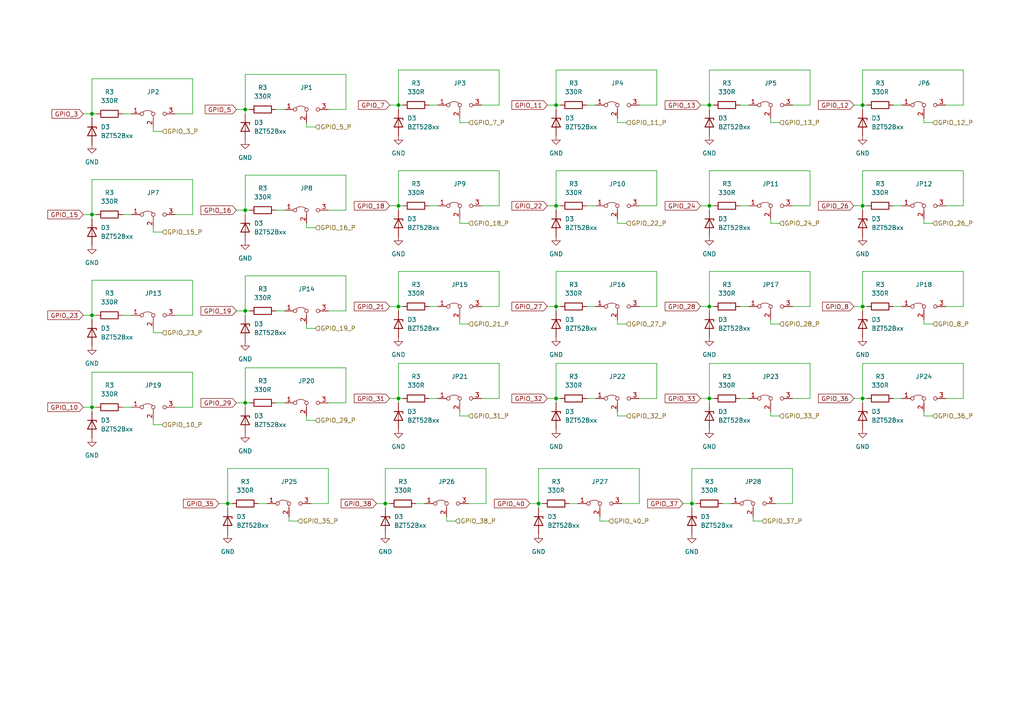
<source format=kicad_sch>
(kicad_sch (version 20230121) (generator eeschema)
  (paper "A4")
  (title_block (title "Modulo RPI4") (date "2024-08-27") (rev "1.0") (company "CI24 - Daniel Gómez"))
  (junction (at 115.57 59.69))
  (junction (at 250.19 30.48))
  (junction (at 205.74 59.69))
  (junction (at 115.57 88.9))
  (junction (at 26.67 118.11))
  (junction (at 161.29 59.69))
  (junction (at 115.57 115.57))
  (junction (at 161.29 115.57))
  (junction (at 26.67 33.02))
  (junction (at 26.67 91.44))
  (junction (at 205.74 30.48))
  (junction (at 115.57 30.48))
  (junction (at 250.19 59.69))
  (junction (at 26.67 62.23))
  (junction (at 161.29 88.9))
  (junction (at 205.74 115.57))
  (junction (at 161.29 30.48))
  (junction (at 111.76 146.05))
  (junction (at 200.66 146.05))
  (junction (at 71.12 116.84))
  (junction (at 250.19 88.9))
  (junction (at 71.12 90.17))
  (junction (at 66.04 146.05))
  (junction (at 71.12 60.96))
  (junction (at 205.74 88.9))
  (junction (at 71.12 31.75))
  (junction (at 250.19 115.57))
  (junction (at 156.21 146.05))
  (wire (pts (xy 190.5 59.69) (xy 190.5 49.53)))
  (wire (pts (xy 144.78 49.53) (xy 115.57 49.53)))
  (wire (pts (xy 205.74 20.32) (xy 205.74 30.48)))
  (wire (pts (xy 50.8 62.23) (xy 55.88 62.23)))
  (wire (pts (xy 135.89 146.05) (xy 140.97 146.05)))
  (wire (pts (xy 120.65 146.05) (xy 123.19 146.05)))
  (wire (pts (xy 95.25 31.75) (xy 100.33 31.75)))
  (wire (pts (xy 100.33 50.8) (xy 71.12 50.8)))
  (wire (pts (xy 247.65 30.48) (xy 250.19 30.48)))
  (wire (pts (xy 250.19 49.53) (xy 250.19 59.69)))
  (wire (pts (xy 279.4 59.69) (xy 279.4 49.53)))
  (wire (pts (xy 223.52 120.65) (xy 226.06 120.65)))
  (wire (pts (xy 190.5 105.41) (xy 161.29 105.41)))
  (wire (pts (xy 229.87 88.9) (xy 234.95 88.9)))
  (wire (pts (xy 251.46 115.57) (xy 250.19 115.57)))
  (wire (pts (xy 223.52 34.29) (xy 223.52 35.56)))
  (wire (pts (xy 156.21 146.05) (xy 156.21 147.32)))
  (wire (pts (xy 133.35 120.65) (xy 135.89 120.65)))
  (wire (pts (xy 203.2 30.48) (xy 205.74 30.48)))
  (wire (pts (xy 279.4 88.9) (xy 279.4 78.74)))
  (wire (pts (xy 80.01 60.96) (xy 82.55 60.96)))
  (wire (pts (xy 223.52 63.5) (xy 223.52 64.77)))
  (wire (pts (xy 279.4 49.53) (xy 250.19 49.53)))
  (wire (pts (xy 115.57 88.9) (xy 115.57 90.17)))
  (wire (pts (xy 173.99 149.86) (xy 173.99 151.13)))
  (wire (pts (xy 218.44 149.86) (xy 218.44 151.13)))
  (wire (pts (xy 214.63 115.57) (xy 217.17 115.57)))
  (wire (pts (xy 55.88 33.02) (xy 55.88 22.86)))
  (wire (pts (xy 88.9 120.65) (xy 88.9 121.92)))
  (wire (pts (xy 83.82 149.86) (xy 83.82 151.13)))
  (wire (pts (xy 116.84 88.9) (xy 115.57 88.9)))
  (wire (pts (xy 140.97 135.89) (xy 111.76 135.89)))
  (wire (pts (xy 26.67 22.86) (xy 26.67 33.02)))
  (wire (pts (xy 173.99 151.13) (xy 176.53 151.13)))
  (wire (pts (xy 279.4 78.74) (xy 250.19 78.74)))
  (wire (pts (xy 229.87 59.69) (xy 234.95 59.69)))
  (wire (pts (xy 113.03 146.05) (xy 111.76 146.05)))
  (wire (pts (xy 139.7 59.69) (xy 144.78 59.69)))
  (wire (pts (xy 88.9 93.98) (xy 88.9 95.25)))
  (wire (pts (xy 71.12 50.8) (xy 71.12 60.96)))
  (wire (pts (xy 24.13 62.23) (xy 26.67 62.23)))
  (wire (pts (xy 190.5 49.53) (xy 161.29 49.53)))
  (wire (pts (xy 55.88 118.11) (xy 55.88 107.95)))
  (wire (pts (xy 161.29 105.41) (xy 161.29 115.57)))
  (wire (pts (xy 205.74 30.48) (xy 205.74 31.75)))
  (wire (pts (xy 44.45 38.1) (xy 46.99 38.1)))
  (wire (pts (xy 203.2 115.57) (xy 205.74 115.57)))
  (wire (pts (xy 190.5 88.9) (xy 190.5 78.74)))
  (wire (pts (xy 250.19 115.57) (xy 250.19 116.84)))
  (wire (pts (xy 185.42 135.89) (xy 156.21 135.89)))
  (wire (pts (xy 88.9 95.25) (xy 91.44 95.25)))
  (wire (pts (xy 157.48 146.05) (xy 156.21 146.05)))
  (wire (pts (xy 234.95 115.57) (xy 234.95 105.41)))
  (wire (pts (xy 185.42 30.48) (xy 190.5 30.48)))
  (wire (pts (xy 179.07 93.98) (xy 181.61 93.98)))
  (wire (pts (xy 88.9 35.56) (xy 88.9 36.83)))
  (wire (pts (xy 27.94 62.23) (xy 26.67 62.23)))
  (wire (pts (xy 95.25 116.84) (xy 100.33 116.84)))
  (wire (pts (xy 162.56 88.9) (xy 161.29 88.9)))
  (wire (pts (xy 68.58 60.96) (xy 71.12 60.96)))
  (wire (pts (xy 44.45 66.04) (xy 44.45 67.31)))
  (wire (pts (xy 158.75 30.48) (xy 161.29 30.48)))
  (wire (pts (xy 267.97 92.71) (xy 267.97 93.98)))
  (wire (pts (xy 27.94 118.11) (xy 26.67 118.11)))
  (wire (pts (xy 179.07 119.38) (xy 179.07 120.65)))
  (wire (pts (xy 279.4 105.41) (xy 250.19 105.41)))
  (wire (pts (xy 100.33 31.75) (xy 100.33 21.59)))
  (wire (pts (xy 234.95 59.69) (xy 234.95 49.53)))
  (wire (pts (xy 205.74 115.57) (xy 205.74 116.84)))
  (wire (pts (xy 161.29 115.57) (xy 161.29 116.84)))
  (wire (pts (xy 203.2 59.69) (xy 205.74 59.69)))
  (wire (pts (xy 162.56 30.48) (xy 161.29 30.48)))
  (wire (pts (xy 144.78 20.32) (xy 115.57 20.32)))
  (wire (pts (xy 124.46 88.9) (xy 127 88.9)))
  (wire (pts (xy 133.35 92.71) (xy 133.35 93.98)))
  (wire (pts (xy 44.45 67.31) (xy 46.99 67.31)))
  (wire (pts (xy 50.8 33.02) (xy 55.88 33.02)))
  (wire (pts (xy 190.5 115.57) (xy 190.5 105.41)))
  (wire (pts (xy 90.17 146.05) (xy 95.25 146.05)))
  (wire (pts (xy 95.25 60.96) (xy 100.33 60.96)))
  (wire (pts (xy 250.19 20.32) (xy 250.19 30.48)))
  (wire (pts (xy 229.87 115.57) (xy 234.95 115.57)))
  (wire (pts (xy 80.01 116.84) (xy 82.55 116.84)))
  (wire (pts (xy 115.57 49.53) (xy 115.57 59.69)))
  (wire (pts (xy 259.08 88.9) (xy 261.62 88.9)))
  (wire (pts (xy 200.66 135.89) (xy 200.66 146.05)))
  (wire (pts (xy 214.63 88.9) (xy 217.17 88.9)))
  (wire (pts (xy 170.18 115.57) (xy 172.72 115.57)))
  (wire (pts (xy 234.95 30.48) (xy 234.95 20.32)))
  (wire (pts (xy 144.78 30.48) (xy 144.78 20.32)))
  (wire (pts (xy 158.75 115.57) (xy 161.29 115.57)))
  (wire (pts (xy 113.03 59.69) (xy 115.57 59.69)))
  (wire (pts (xy 72.39 90.17) (xy 71.12 90.17)))
  (wire (pts (xy 179.07 63.5) (xy 179.07 64.77)))
  (wire (pts (xy 115.57 78.74) (xy 115.57 88.9)))
  (wire (pts (xy 161.29 59.69) (xy 161.29 60.96)))
  (wire (pts (xy 229.87 30.48) (xy 234.95 30.48)))
  (wire (pts (xy 27.94 33.02) (xy 26.67 33.02)))
  (wire (pts (xy 88.9 66.04) (xy 91.44 66.04)))
  (wire (pts (xy 71.12 31.75) (xy 71.12 33.02)))
  (wire (pts (xy 156.21 135.89) (xy 156.21 146.05)))
  (wire (pts (xy 55.88 52.07) (xy 26.67 52.07)))
  (wire (pts (xy 55.88 107.95) (xy 26.67 107.95)))
  (wire (pts (xy 71.12 80.01) (xy 71.12 90.17)))
  (wire (pts (xy 179.07 34.29) (xy 179.07 35.56)))
  (wire (pts (xy 66.04 146.05) (xy 66.04 147.32)))
  (wire (pts (xy 26.67 62.23) (xy 26.67 63.5)))
  (wire (pts (xy 44.45 36.83) (xy 44.45 38.1)))
  (wire (pts (xy 200.66 146.05) (xy 200.66 147.32)))
  (wire (pts (xy 71.12 60.96) (xy 71.12 62.23)))
  (wire (pts (xy 279.4 115.57) (xy 279.4 105.41)))
  (wire (pts (xy 35.56 62.23) (xy 38.1 62.23)))
  (wire (pts (xy 55.88 22.86) (xy 26.67 22.86)))
  (wire (pts (xy 267.97 35.56) (xy 270.51 35.56)))
  (wire (pts (xy 259.08 115.57) (xy 261.62 115.57)))
  (wire (pts (xy 88.9 121.92) (xy 91.44 121.92)))
  (wire (pts (xy 267.97 63.5) (xy 267.97 64.77)))
  (wire (pts (xy 205.74 59.69) (xy 205.74 60.96)))
  (wire (pts (xy 267.97 93.98) (xy 270.51 93.98)))
  (wire (pts (xy 83.82 151.13) (xy 86.36 151.13)))
  (wire (pts (xy 124.46 30.48) (xy 127 30.48)))
  (wire (pts (xy 180.34 146.05) (xy 185.42 146.05)))
  (wire (pts (xy 153.67 146.05) (xy 156.21 146.05)))
  (wire (pts (xy 26.67 33.02) (xy 26.67 34.29)))
  (wire (pts (xy 115.57 59.69) (xy 115.57 60.96)))
  (wire (pts (xy 68.58 31.75) (xy 71.12 31.75)))
  (wire (pts (xy 207.01 88.9) (xy 205.74 88.9)))
  (wire (pts (xy 133.35 119.38) (xy 133.35 120.65)))
  (wire (pts (xy 207.01 30.48) (xy 205.74 30.48)))
  (wire (pts (xy 116.84 30.48) (xy 115.57 30.48)))
  (wire (pts (xy 251.46 88.9) (xy 250.19 88.9)))
  (wire (pts (xy 139.7 30.48) (xy 144.78 30.48)))
  (wire (pts (xy 234.95 20.32) (xy 205.74 20.32)))
  (wire (pts (xy 71.12 116.84) (xy 71.12 118.11)))
  (wire (pts (xy 170.18 88.9) (xy 172.72 88.9)))
  (wire (pts (xy 35.56 91.44) (xy 38.1 91.44)))
  (wire (pts (xy 71.12 106.68) (xy 71.12 116.84)))
  (wire (pts (xy 133.35 93.98) (xy 135.89 93.98)))
  (wire (pts (xy 27.94 91.44) (xy 26.67 91.44)))
  (wire (pts (xy 250.19 105.41) (xy 250.19 115.57)))
  (wire (pts (xy 161.29 49.53) (xy 161.29 59.69)))
  (wire (pts (xy 111.76 135.89) (xy 111.76 146.05)))
  (wire (pts (xy 234.95 88.9) (xy 234.95 78.74)))
  (wire (pts (xy 179.07 92.71) (xy 179.07 93.98)))
  (wire (pts (xy 115.57 30.48) (xy 115.57 31.75)))
  (wire (pts (xy 80.01 31.75) (xy 82.55 31.75)))
  (wire (pts (xy 259.08 59.69) (xy 261.62 59.69)))
  (wire (pts (xy 113.03 88.9) (xy 115.57 88.9)))
  (wire (pts (xy 140.97 146.05) (xy 140.97 135.89)))
  (wire (pts (xy 26.67 118.11) (xy 26.67 119.38)))
  (wire (pts (xy 35.56 118.11) (xy 38.1 118.11)))
  (wire (pts (xy 100.33 90.17) (xy 100.33 80.01)))
  (wire (pts (xy 26.67 107.95) (xy 26.67 118.11)))
  (wire (pts (xy 250.19 59.69) (xy 250.19 60.96)))
  (wire (pts (xy 223.52 35.56) (xy 226.06 35.56)))
  (wire (pts (xy 165.1 146.05) (xy 167.64 146.05)))
  (wire (pts (xy 223.52 64.77) (xy 226.06 64.77)))
  (wire (pts (xy 88.9 64.77) (xy 88.9 66.04)))
  (wire (pts (xy 223.52 93.98) (xy 226.06 93.98)))
  (wire (pts (xy 72.39 116.84) (xy 71.12 116.84)))
  (wire (pts (xy 250.19 88.9) (xy 250.19 90.17)))
  (wire (pts (xy 158.75 88.9) (xy 161.29 88.9)))
  (wire (pts (xy 205.74 49.53) (xy 205.74 59.69)))
  (wire (pts (xy 144.78 105.41) (xy 115.57 105.41)))
  (wire (pts (xy 50.8 118.11) (xy 55.88 118.11)))
  (wire (pts (xy 267.97 119.38) (xy 267.97 120.65)))
  (wire (pts (xy 198.12 146.05) (xy 200.66 146.05)))
  (wire (pts (xy 234.95 49.53) (xy 205.74 49.53)))
  (wire (pts (xy 185.42 59.69) (xy 190.5 59.69)))
  (wire (pts (xy 88.9 36.83) (xy 91.44 36.83)))
  (wire (pts (xy 100.33 21.59) (xy 71.12 21.59)))
  (wire (pts (xy 250.19 30.48) (xy 250.19 31.75)))
  (wire (pts (xy 44.45 95.25) (xy 44.45 96.52)))
  (wire (pts (xy 133.35 34.29) (xy 133.35 35.56)))
  (wire (pts (xy 66.04 135.89) (xy 66.04 146.05)))
  (wire (pts (xy 72.39 60.96) (xy 71.12 60.96)))
  (wire (pts (xy 71.12 90.17) (xy 71.12 91.44)))
  (wire (pts (xy 115.57 115.57) (xy 115.57 116.84)))
  (wire (pts (xy 279.4 20.32) (xy 250.19 20.32)))
  (wire (pts (xy 63.5 146.05) (xy 66.04 146.05)))
  (wire (pts (xy 185.42 146.05) (xy 185.42 135.89)))
  (wire (pts (xy 250.19 78.74) (xy 250.19 88.9)))
  (wire (pts (xy 35.56 33.02) (xy 38.1 33.02)))
  (wire (pts (xy 129.54 149.86) (xy 129.54 151.13)))
  (wire (pts (xy 190.5 78.74) (xy 161.29 78.74)))
  (wire (pts (xy 44.45 123.19) (xy 46.99 123.19)))
  (wire (pts (xy 113.03 115.57) (xy 115.57 115.57)))
  (wire (pts (xy 201.93 146.05) (xy 200.66 146.05)))
  (wire (pts (xy 274.32 88.9) (xy 279.4 88.9)))
  (wire (pts (xy 111.76 146.05) (xy 111.76 147.32)))
  (wire (pts (xy 95.25 146.05) (xy 95.25 135.89)))
  (wire (pts (xy 190.5 30.48) (xy 190.5 20.32)))
  (wire (pts (xy 162.56 115.57) (xy 161.29 115.57)))
  (wire (pts (xy 144.78 88.9) (xy 144.78 78.74)))
  (wire (pts (xy 129.54 151.13) (xy 132.08 151.13)))
  (wire (pts (xy 274.32 59.69) (xy 279.4 59.69)))
  (wire (pts (xy 100.33 116.84) (xy 100.33 106.68)))
  (wire (pts (xy 144.78 78.74) (xy 115.57 78.74)))
  (wire (pts (xy 133.35 63.5) (xy 133.35 64.77)))
  (wire (pts (xy 179.07 64.77) (xy 181.61 64.77)))
  (wire (pts (xy 158.75 59.69) (xy 161.29 59.69)))
  (wire (pts (xy 162.56 59.69) (xy 161.29 59.69)))
  (wire (pts (xy 223.52 92.71) (xy 223.52 93.98)))
  (wire (pts (xy 50.8 91.44) (xy 55.88 91.44)))
  (wire (pts (xy 279.4 30.48) (xy 279.4 20.32)))
  (wire (pts (xy 218.44 151.13) (xy 220.98 151.13)))
  (wire (pts (xy 133.35 35.56) (xy 135.89 35.56)))
  (wire (pts (xy 224.79 146.05) (xy 229.87 146.05)))
  (wire (pts (xy 24.13 118.11) (xy 26.67 118.11)))
  (wire (pts (xy 26.67 81.28) (xy 26.67 91.44)))
  (wire (pts (xy 116.84 59.69) (xy 115.57 59.69)))
  (wire (pts (xy 144.78 59.69) (xy 144.78 49.53)))
  (wire (pts (xy 214.63 59.69) (xy 217.17 59.69)))
  (wire (pts (xy 24.13 33.02) (xy 26.67 33.02)))
  (wire (pts (xy 185.42 88.9) (xy 190.5 88.9)))
  (wire (pts (xy 267.97 120.65) (xy 270.51 120.65)))
  (wire (pts (xy 247.65 59.69) (xy 250.19 59.69)))
  (wire (pts (xy 207.01 115.57) (xy 205.74 115.57)))
  (wire (pts (xy 109.22 146.05) (xy 111.76 146.05)))
  (wire (pts (xy 234.95 78.74) (xy 205.74 78.74)))
  (wire (pts (xy 72.39 31.75) (xy 71.12 31.75)))
  (wire (pts (xy 74.93 146.05) (xy 77.47 146.05)))
  (wire (pts (xy 207.01 59.69) (xy 205.74 59.69)))
  (wire (pts (xy 205.74 88.9) (xy 205.74 90.17)))
  (wire (pts (xy 274.32 30.48) (xy 279.4 30.48)))
  (wire (pts (xy 267.97 64.77) (xy 270.51 64.77)))
  (wire (pts (xy 115.57 20.32) (xy 115.57 30.48)))
  (wire (pts (xy 161.29 30.48) (xy 161.29 31.75)))
  (wire (pts (xy 55.88 81.28) (xy 26.67 81.28)))
  (wire (pts (xy 267.97 34.29) (xy 267.97 35.56)))
  (wire (pts (xy 229.87 135.89) (xy 200.66 135.89)))
  (wire (pts (xy 247.65 115.57) (xy 250.19 115.57)))
  (wire (pts (xy 71.12 21.59) (xy 71.12 31.75)))
  (wire (pts (xy 100.33 60.96) (xy 100.33 50.8)))
  (wire (pts (xy 144.78 115.57) (xy 144.78 105.41)))
  (wire (pts (xy 68.58 116.84) (xy 71.12 116.84)))
  (wire (pts (xy 251.46 30.48) (xy 250.19 30.48)))
  (wire (pts (xy 68.58 90.17) (xy 71.12 90.17)))
  (wire (pts (xy 55.88 91.44) (xy 55.88 81.28)))
  (wire (pts (xy 251.46 59.69) (xy 250.19 59.69)))
  (wire (pts (xy 26.67 91.44) (xy 26.67 92.71)))
  (wire (pts (xy 139.7 88.9) (xy 144.78 88.9)))
  (wire (pts (xy 24.13 91.44) (xy 26.67 91.44)))
  (wire (pts (xy 190.5 20.32) (xy 161.29 20.32)))
  (wire (pts (xy 133.35 64.77) (xy 135.89 64.77)))
  (wire (pts (xy 100.33 106.68) (xy 71.12 106.68)))
  (wire (pts (xy 214.63 30.48) (xy 217.17 30.48)))
  (wire (pts (xy 161.29 88.9) (xy 161.29 90.17)))
  (wire (pts (xy 274.32 115.57) (xy 279.4 115.57)))
  (wire (pts (xy 161.29 20.32) (xy 161.29 30.48)))
  (wire (pts (xy 185.42 115.57) (xy 190.5 115.57)))
  (wire (pts (xy 170.18 30.48) (xy 172.72 30.48)))
  (wire (pts (xy 139.7 115.57) (xy 144.78 115.57)))
  (wire (pts (xy 170.18 59.69) (xy 172.72 59.69)))
  (wire (pts (xy 179.07 120.65) (xy 181.61 120.65)))
  (wire (pts (xy 26.67 52.07) (xy 26.67 62.23)))
  (wire (pts (xy 95.25 90.17) (xy 100.33 90.17)))
  (wire (pts (xy 44.45 121.92) (xy 44.45 123.19)))
  (wire (pts (xy 80.01 90.17) (xy 82.55 90.17)))
  (wire (pts (xy 223.52 119.38) (xy 223.52 120.65)))
  (wire (pts (xy 205.74 78.74) (xy 205.74 88.9)))
  (wire (pts (xy 67.31 146.05) (xy 66.04 146.05)))
  (wire (pts (xy 124.46 115.57) (xy 127 115.57)))
  (wire (pts (xy 116.84 115.57) (xy 115.57 115.57)))
  (wire (pts (xy 179.07 35.56) (xy 181.61 35.56)))
  (wire (pts (xy 44.45 96.52) (xy 46.99 96.52)))
  (wire (pts (xy 115.57 105.41) (xy 115.57 115.57)))
  (wire (pts (xy 161.29 78.74) (xy 161.29 88.9)))
  (wire (pts (xy 229.87 146.05) (xy 229.87 135.89)))
  (wire (pts (xy 95.25 135.89) (xy 66.04 135.89)))
  (wire (pts (xy 209.55 146.05) (xy 212.09 146.05)))
  (wire (pts (xy 247.65 88.9) (xy 250.19 88.9)))
  (wire (pts (xy 113.03 30.48) (xy 115.57 30.48)))
  (wire (pts (xy 203.2 88.9) (xy 205.74 88.9)))
  (wire (pts (xy 234.95 105.41) (xy 205.74 105.41)))
  (wire (pts (xy 259.08 30.48) (xy 261.62 30.48)))
  (wire (pts (xy 205.74 105.41) (xy 205.74 115.57)))
  (wire (pts (xy 100.33 80.01) (xy 71.12 80.01)))
  (wire (pts (xy 124.46 59.69) (xy 127 59.69)))
  (wire (pts (xy 55.88 62.23) (xy 55.88 52.07)))
  (global_label "GPIO_23" (shape input) (at 24.13 91.44 180) (property "Intersheetrefs" "${INTERSHEET_REFS}" (effects hide)))
  (global_label "GPIO_24" (shape input) (at 203.2 59.69 180) (property "Intersheetrefs" "${INTERSHEET_REFS}" (effects hide)))
  (global_label "GPIO_19" (shape input) (at 68.58 90.17 180) (property "Intersheetrefs" "${INTERSHEET_REFS}" (effects hide)))
  (global_label "GPIO_22" (shape input) (at 158.75 59.69 180) (property "Intersheetrefs" "${INTERSHEET_REFS}" (effects hide)))
  (global_label "GPIO_28" (shape input) (at 203.2 88.9 180) (property "Intersheetrefs" "${INTERSHEET_REFS}" (effects hide)))
  (global_label "GPIO_7" (shape input) (at 113.03 30.48 180) (property "Intersheetrefs" "${INTERSHEET_REFS}" (effects hide)))
  (global_label "GPIO_12" (shape input) (at 247.65 30.48 180) (property "Intersheetrefs" "${INTERSHEET_REFS}" (effects hide)))
  (global_label "GPIO_18" (shape input) (at 113.03 59.69 180) (property "Intersheetrefs" "${INTERSHEET_REFS}" (effects hide)))
  (global_label "GPIO_13" (shape input) (at 203.2 30.48 180) (property "Intersheetrefs" "${INTERSHEET_REFS}" (effects hide)))
  (global_label "GPIO_8" (shape input) (at 247.65 88.9 180) (property "Intersheetrefs" "${INTERSHEET_REFS}" (effects hide)))
  (global_label "GPIO_37" (shape input) (at 198.12 146.05 180) (property "Intersheetrefs" "${INTERSHEET_REFS}" (effects hide)))
  (global_label "GPIO_5" (shape input) (at 68.58 31.75 180) (property "Intersheetrefs" "${INTERSHEET_REFS}" (effects hide)))
  (global_label "GPIO_38" (shape input) (at 109.22 146.05 180) (property "Intersheetrefs" "${INTERSHEET_REFS}" (effects hide)))
  (global_label "GPIO_27" (shape input) (at 158.75 88.9 180) (property "Intersheetrefs" "${INTERSHEET_REFS}" (effects hide)))
  (global_label "GPIO_36" (shape input) (at 247.65 115.57 180) (property "Intersheetrefs" "${INTERSHEET_REFS}" (effects hide)))
  (global_label "GPIO_26" (shape input) (at 247.65 59.69 180) (property "Intersheetrefs" "${INTERSHEET_REFS}" (effects hide)))
  (global_label "GPIO_33" (shape input) (at 203.2 115.57 180) (property "Intersheetrefs" "${INTERSHEET_REFS}" (effects hide)))
  (global_label "GPIO_32" (shape input) (at 158.75 115.57 180) (property "Intersheetrefs" "${INTERSHEET_REFS}" (effects hide)))
  (global_label "GPIO_16" (shape input) (at 68.58 60.96 180) (property "Intersheetrefs" "${INTERSHEET_REFS}" (effects hide)))
  (global_label "GPIO_21" (shape input) (at 113.03 88.9 180) (property "Intersheetrefs" "${INTERSHEET_REFS}" (effects hide)))
  (global_label "GPIO_15" (shape input) (at 24.13 62.23 180) (property "Intersheetrefs" "${INTERSHEET_REFS}" (effects hide)))
  (global_label "GPIO_3" (shape input) (at 24.13 33.02 180) (property "Intersheetrefs" "${INTERSHEET_REFS}" (effects hide)))
  (global_label "GPIO_40" (shape input) (at 153.67 146.05 180) (property "Intersheetrefs" "${INTERSHEET_REFS}" (effects hide)))
  (global_label "GPIO_11" (shape input) (at 158.75 30.48 180) (property "Intersheetrefs" "${INTERSHEET_REFS}" (effects hide)))
  (global_label "GPIO_35" (shape input) (at 63.5 146.05 180) (property "Intersheetrefs" "${INTERSHEET_REFS}" (effects hide)))
  (global_label "GPIO_29" (shape input) (at 68.58 116.84 180) (property "Intersheetrefs" "${INTERSHEET_REFS}" (effects hide)))
  (global_label "GPIO_31" (shape input) (at 113.03 115.57 180) (property "Intersheetrefs" "${INTERSHEET_REFS}" (effects hide)))
  (global_label "GPIO_10" (shape input) (at 24.13 118.11 180) (property "Intersheetrefs" "${INTERSHEET_REFS}" (effects hide)))
  (hierarchical_label "GPIO_15_P" (shape input) (at 46.99 67.31 0))
  (hierarchical_label "GPIO_31_P" (shape input) (at 135.89 120.65 0))
  (hierarchical_label "GPIO_5_P" (shape input) (at 91.44 36.83 0))
  (hierarchical_label "GPIO_18_P" (shape input) (at 135.89 64.77 0))
  (hierarchical_label "GPIO_29_P" (shape input) (at 91.44 121.92 0))
  (hierarchical_label "GPIO_37_P" (shape input) (at 220.98 151.13 0))
  (hierarchical_label "GPIO_13_P" (shape input) (at 226.06 35.56 0))
  (hierarchical_label "GPIO_24_P" (shape input) (at 226.06 64.77 0))
  (hierarchical_label "GPIO_35_P" (shape input) (at 86.36 151.13 0))
  (hierarchical_label "GPIO_32_P" (shape input) (at 181.61 120.65 0))
  (hierarchical_label "GPIO_33_P" (shape input) (at 226.06 120.65 0))
  (hierarchical_label "GPIO_22_P" (shape input) (at 181.61 64.77 0))
  (hierarchical_label "GPIO_11_P" (shape input) (at 181.61 35.56 0))
  (hierarchical_label "GPIO_40_P" (shape input) (at 176.53 151.13 0))
  (hierarchical_label "GPIO_36_P" (shape input) (at 270.51 120.65 0))
  (hierarchical_label "GPIO_23_P" (shape input) (at 46.99 96.52 0))
  (hierarchical_label "GPIO_26_P" (shape input) (at 270.51 64.77 0))
  (hierarchical_label "GPIO_16_P" (shape input) (at 91.44 66.04 0))
  (hierarchical_label "GPIO_28_P" (shape input) (at 226.06 93.98 0))
  (hierarchical_label "GPIO_7_P" (shape input) (at 135.89 35.56 0))
  (hierarchical_label "GPIO_27_P" (shape input) (at 181.61 93.98 0))
  (hierarchical_label "GPIO_21_P" (shape input) (at 135.89 93.98 0))
  (hierarchical_label "GPIO_8_P" (shape input) (at 270.51 93.98 0))
  (hierarchical_label "GPIO_19_P" (shape input) (at 91.44 95.25 0))
  (hierarchical_label "GPIO_38_P" (shape input) (at 132.08 151.13 0))
  (hierarchical_label "GPIO_12_P" (shape input) (at 270.51 35.56 0))
  (hierarchical_label "GPIO_10_P" (shape input) (at 46.99 123.19 0))
  (hierarchical_label "GPIO_3_P" (shape input) (at 46.99 38.1 0))
  (symbol (lib_id "Diode:BZT52Bxx") (at 26.67 96.52 270) (unit 1)
    (property "Reference" "D3" (at 29.21 95.25 90) (effects (justify left)))
    (property "Value" "BZT52Bxx" (at 29.21 97.79 90) (effects (justify left)))
    (property "Footprint" "Diode_SMD:D_SOD-123F" (effects hide))
    (property "Datasheet" "https://diotec.com/tl_files/diotec/files/pdf/datasheets/bzt52b2v4.pdf" (effects hide))
    (instances (project "Module_RPI" (path "" (reference "D3") (unit 1)) (path "" (reference "D14") (unit 1))))
  )
  (symbol (lib_id "power:GND") (at 161.29 68.58 0) (unit 1)
    (property "Reference" "#PWR01" (effects hide))
    (property "Value" "GND" (at 161.29 73.66 0))
    (instances (project "Module_RPI" (path "" (reference "#PWR01") (unit 1)) (path "" (reference "#PWR010") (unit 1))))
  )
  (symbol (lib_id "Diode:BZT52Bxx") (at 156.21 151.13 270) (unit 1)
    (property "Reference" "D3" (at 158.75 149.86 90) (effects (justify left)))
    (property "Value" "BZT52Bxx" (at 158.75 152.4 90) (effects (justify left)))
    (property "Footprint" "Diode_SMD:D_SOD-123F" (effects hide))
    (property "Datasheet" "https://diotec.com/tl_files/diotec/files/pdf/datasheets/bzt52b2v4.pdf" (effects hide))
    (instances (project "Module_RPI" (path "" (reference "D3") (unit 1)) (path "" (reference "D28") (unit 1))))
  )
  (symbol (lib_id "Device:R") (at 166.37 30.48 270) (unit 1)
    (property "Reference" "R3" (at 166.37 24.13 90))
    (property "Value" "330R" (at 166.37 26.67 90))
    (property "Footprint" "Resistor_SMD:R_1206_3216Metric_Pad1.30x1.75mm_HandSolder" (effects hide))
    (instances (project "Module_RPI" (path "" (reference "R3") (unit 1)) (path "" (reference "R6") (unit 1))))
  )
  (symbol (lib_id "power:GND") (at 111.76 154.94 0) (unit 1)
    (property "Reference" "#PWR01" (effects hide))
    (property "Value" "GND" (at 111.76 160.02 0))
    (instances (project "Module_RPI" (path "" (reference "#PWR01") (unit 1)) (path "" (reference "#PWR026") (unit 1))))
  )
  (symbol (lib_id "power:GND") (at 250.19 68.58 0) (unit 1)
    (property "Reference" "#PWR01" (effects hide))
    (property "Value" "GND" (at 250.19 73.66 0))
    (instances (project "Module_RPI" (path "" (reference "#PWR01") (unit 1)) (path "" (reference "#PWR012") (unit 1))))
  )
  (symbol (lib_id "Jumper:Jumper_3_Bridged12") (at 44.45 91.44 0) (unit 1)
    (property "Reference" "JP13" (at 44.45 85.09 0))
    (property "Value" "Jumper_3_Bridged12" (effects hide))
    (property "Footprint" "Jumper:SolderJumper-3_P1.3mm_Open_Pad1.0x1.5mm" (effects hide))
  )
  (symbol (lib_id "Device:R") (at 210.82 59.69 270) (unit 1)
    (property "Reference" "R3" (at 210.82 53.34 90))
    (property "Value" "330R" (at 210.82 55.88 90))
    (property "Footprint" "Resistor_SMD:R_1206_3216Metric_Pad1.30x1.75mm_HandSolder" (effects hide))
    (instances (project "Module_RPI" (path "" (reference "R3") (unit 1)) (path "" (reference "R13") (unit 1))))
  )
  (symbol (lib_id "Diode:BZT52Bxx") (at 71.12 66.04 270) (unit 1)
    (property "Reference" "D3" (at 73.66 64.77 90) (effects (justify left)))
    (property "Value" "BZT52Bxx" (at 73.66 67.31 90) (effects (justify left)))
    (property "Footprint" "Diode_SMD:D_SOD-123F" (effects hide))
    (property "Datasheet" "https://diotec.com/tl_files/diotec/files/pdf/datasheets/bzt52b2v4.pdf" (effects hide))
    (instances (project "Module_RPI" (path "" (reference "D3") (unit 1)) (path "" (reference "D9") (unit 1))))
  )
  (symbol (lib_id "Jumper:Jumper_3_Bridged12") (at 133.35 88.9 0) (unit 1)
    (property "Reference" "JP15" (at 133.35 82.55 0))
    (property "Value" "Jumper_3_Bridged12" (effects hide))
    (property "Footprint" "Jumper:SolderJumper-3_P1.3mm_Open_Pad1.0x1.5mm" (effects hide))
  )
  (symbol (lib_id "Device:R") (at 31.75 91.44 270) (unit 1)
    (property "Reference" "R3" (at 31.75 85.09 90))
    (property "Value" "330R" (at 31.75 87.63 90))
    (property "Footprint" "Resistor_SMD:R_1206_3216Metric_Pad1.30x1.75mm_HandSolder" (effects hide))
    (instances (project "Module_RPI" (path "" (reference "R3") (unit 1)) (path "" (reference "R15") (unit 1))))
  )
  (symbol (lib_id "Jumper:Jumper_3_Bridged12") (at 223.52 59.69 0) (unit 1)
    (property "Reference" "JP11" (at 223.52 53.34 0))
    (property "Value" "Jumper_3_Bridged12" (effects hide))
    (property "Footprint" "Jumper:SolderJumper-3_P1.3mm_Open_Pad1.0x1.5mm" (effects hide))
  )
  (symbol (lib_id "Jumper:Jumper_3_Bridged12") (at 267.97 88.9 0) (unit 1)
    (property "Reference" "JP18" (at 267.97 82.55 0))
    (property "Value" "Jumper_3_Bridged12" (effects hide))
    (property "Footprint" "Jumper:SolderJumper-3_P1.3mm_Open_Pad1.0x1.5mm" (effects hide))
  )
  (symbol (lib_id "power:GND") (at 115.57 39.37 0) (unit 1)
    (property "Reference" "#PWR01" (effects hide))
    (property "Value" "GND" (at 115.57 44.45 0))
    (instances (project "Module_RPI" (path "" (reference "#PWR01") (unit 1)) (path "" (reference "#PWR03") (unit 1))))
  )
  (symbol (lib_id "Diode:BZT52Bxx") (at 111.76 151.13 270) (unit 1)
    (property "Reference" "D3" (at 114.3 149.86 90) (effects (justify left)))
    (property "Value" "BZT52Bxx" (at 114.3 152.4 90) (effects (justify left)))
    (property "Footprint" "Diode_SMD:D_SOD-123F" (effects hide))
    (property "Datasheet" "https://diotec.com/tl_files/diotec/files/pdf/datasheets/bzt52b2v4.pdf" (effects hide))
    (instances (project "Module_RPI" (path "" (reference "D3") (unit 1)) (path "" (reference "D27") (unit 1))))
  )
  (symbol (lib_id "Device:R") (at 205.74 146.05 270) (unit 1)
    (property "Reference" "R3" (at 205.74 139.7 90))
    (property "Value" "330R" (at 205.74 142.24 90))
    (property "Footprint" "Resistor_SMD:R_1206_3216Metric_Pad1.30x1.75mm_HandSolder" (effects hide))
    (instances (project "Module_RPI" (path "" (reference "R3") (unit 1)) (path "" (reference "R30") (unit 1))))
  )
  (symbol (lib_id "Jumper:Jumper_3_Bridged12") (at 88.9 31.75 0) (unit 1)
    (property "Reference" "JP1" (at 88.9 25.4 0))
    (property "Value" "Jumper_3_Bridged12" (effects hide))
    (property "Footprint" "Jumper:SolderJumper-3_P1.3mm_Open_Pad1.0x1.5mm" (effects hide))
  )
  (symbol (lib_id "Diode:BZT52Bxx") (at 71.12 95.25 270) (unit 1)
    (property "Reference" "D3" (at 73.66 93.98 90) (effects (justify left)))
    (property "Value" "BZT52Bxx" (at 73.66 96.52 90) (effects (justify left)))
    (property "Footprint" "Diode_SMD:D_SOD-123F" (effects hide))
    (property "Datasheet" "https://diotec.com/tl_files/diotec/files/pdf/datasheets/bzt52b2v4.pdf" (effects hide))
    (instances (project "Module_RPI" (path "" (reference "D3") (unit 1)) (path "" (reference "D15") (unit 1))))
  )
  (symbol (lib_id "Device:R") (at 255.27 59.69 270) (unit 1)
    (property "Reference" "R3" (at 255.27 53.34 90))
    (property "Value" "330R" (at 255.27 55.88 90))
    (property "Footprint" "Resistor_SMD:R_1206_3216Metric_Pad1.30x1.75mm_HandSolder" (effects hide))
    (instances (project "Module_RPI" (path "" (reference "R3") (unit 1)) (path "" (reference "R14") (unit 1))))
  )
  (symbol (lib_id "Device:R") (at 120.65 30.48 270) (unit 1)
    (property "Reference" "R3" (at 120.65 24.13 90))
    (property "Value" "330R" (at 120.65 26.67 90))
    (property "Footprint" "Resistor_SMD:R_1206_3216Metric_Pad1.30x1.75mm_HandSolder" (effects hide))
    (instances (project "Module_RPI" (path "" (reference "R3") (unit 1)) (path "" (reference "R5") (unit 1))))
  )
  (symbol (lib_id "Device:R") (at 120.65 115.57 270) (unit 1)
    (property "Reference" "R3" (at 120.65 109.22 90))
    (property "Value" "330R" (at 120.65 111.76 90))
    (property "Footprint" "Resistor_SMD:R_1206_3216Metric_Pad1.30x1.75mm_HandSolder" (effects hide))
    (instances (project "Module_RPI" (path "" (reference "R3") (unit 1)) (path "" (reference "R23") (unit 1))))
  )
  (symbol (lib_id "Diode:BZT52Bxx") (at 161.29 35.56 270) (unit 1)
    (property "Reference" "D3" (at 163.83 34.29 90) (effects (justify left)))
    (property "Value" "BZT52Bxx" (at 163.83 36.83 90) (effects (justify left)))
    (property "Footprint" "Diode_SMD:D_SOD-123F" (effects hide))
    (property "Datasheet" "https://diotec.com/tl_files/diotec/files/pdf/datasheets/bzt52b2v4.pdf" (effects hide))
    (instances (project "Module_RPI" (path "" (reference "D3") (unit 1)) (path "" (reference "D5") (unit 1))))
  )
  (symbol (lib_id "Device:R") (at 31.75 118.11 270) (unit 1)
    (property "Reference" "R3" (at 31.75 111.76 90))
    (property "Value" "330R" (at 31.75 114.3 90))
    (property "Footprint" "Resistor_SMD:R_1206_3216Metric_Pad1.30x1.75mm_HandSolder" (effects hide))
    (instances (project "Module_RPI" (path "" (reference "R3") (unit 1)) (path "" (reference "R21") (unit 1))))
  )
  (symbol (lib_id "Device:R") (at 161.29 146.05 270) (unit 1)
    (property "Reference" "R3" (at 161.29 139.7 90))
    (property "Value" "330R" (at 161.29 142.24 90))
    (property "Footprint" "Resistor_SMD:R_1206_3216Metric_Pad1.30x1.75mm_HandSolder" (effects hide))
    (instances (project "Module_RPI" (path "" (reference "R3") (unit 1)) (path "" (reference "R29") (unit 1))))
  )
  (symbol (lib_id "Diode:BZT52Bxx") (at 250.19 93.98 270) (unit 1)
    (property "Reference" "D3" (at 252.73 92.71 90) (effects (justify left)))
    (property "Value" "BZT52Bxx" (at 252.73 95.25 90) (effects (justify left)))
    (property "Footprint" "Diode_SMD:D_SOD-123F" (effects hide))
    (property "Datasheet" "https://diotec.com/tl_files/diotec/files/pdf/datasheets/bzt52b2v4.pdf" (effects hide))
    (instances (project "Module_RPI" (path "" (reference "D3") (unit 1)) (path "" (reference "D19") (unit 1))))
  )
  (symbol (lib_id "Diode:BZT52Bxx") (at 71.12 121.92 270) (unit 1)
    (property "Reference" "D3" (at 73.66 120.65 90) (effects (justify left)))
    (property "Value" "BZT52Bxx" (at 73.66 123.19 90) (effects (justify left)))
    (property "Footprint" "Diode_SMD:D_SOD-123F" (effects hide))
    (property "Datasheet" "https://diotec.com/tl_files/diotec/files/pdf/datasheets/bzt52b2v4.pdf" (effects hide))
    (instances (project "Module_RPI" (path "" (reference "D3") (unit 1)) (path "" (reference "D21") (unit 1))))
  )
  (symbol (lib_id "Device:R") (at 120.65 88.9 270) (unit 1)
    (property "Reference" "R3" (at 120.65 82.55 90))
    (property "Value" "330R" (at 120.65 85.09 90))
    (property "Footprint" "Resistor_SMD:R_1206_3216Metric_Pad1.30x1.75mm_HandSolder" (effects hide))
    (instances (project "Module_RPI" (path "" (reference "R3") (unit 1)) (path "" (reference "R17") (unit 1))))
  )
  (symbol (lib_id "Device:R") (at 76.2 116.84 270) (unit 1)
    (property "Reference" "R3" (at 76.2 110.49 90))
    (property "Value" "330R" (at 76.2 113.03 90))
    (property "Footprint" "Resistor_SMD:R_1206_3216Metric_Pad1.30x1.75mm_HandSolder" (effects hide))
    (instances (project "Module_RPI" (path "" (reference "R3") (unit 1)) (path "" (reference "R22") (unit 1))))
  )
  (symbol (lib_id "Device:R") (at 166.37 59.69 270) (unit 1)
    (property "Reference" "R3" (at 166.37 53.34 90))
    (property "Value" "330R" (at 166.37 55.88 90))
    (property "Footprint" "Resistor_SMD:R_1206_3216Metric_Pad1.30x1.75mm_HandSolder" (effects hide))
    (instances (project "Module_RPI" (path "" (reference "R3") (unit 1)) (path "" (reference "R12") (unit 1))))
  )
  (symbol (lib_id "Jumper:Jumper_3_Bridged12") (at 267.97 30.48 0) (unit 1)
    (property "Reference" "JP6" (at 267.97 24.13 0))
    (property "Value" "Jumper_3_Bridged12" (effects hide))
    (property "Footprint" "Jumper:SolderJumper-3_P1.3mm_Open_Pad1.0x1.5mm" (effects hide))
  )
  (symbol (lib_id "Diode:BZT52Bxx") (at 250.19 64.77 270) (unit 1)
    (property "Reference" "D3" (at 252.73 63.5 90) (effects (justify left)))
    (property "Value" "BZT52Bxx" (at 252.73 66.04 90) (effects (justify left)))
    (property "Footprint" "Diode_SMD:D_SOD-123F" (effects hide))
    (property "Datasheet" "https://diotec.com/tl_files/diotec/files/pdf/datasheets/bzt52b2v4.pdf" (effects hide))
    (instances (project "Module_RPI" (path "" (reference "D3") (unit 1)) (path "" (reference "D13") (unit 1))))
  )
  (symbol (lib_id "power:GND") (at 250.19 124.46 0) (unit 1)
    (property "Reference" "#PWR01" (effects hide))
    (property "Value" "GND" (at 250.19 129.54 0))
    (instances (project "Module_RPI" (path "" (reference "#PWR01") (unit 1)) (path "" (reference "#PWR024") (unit 1))))
  )
  (symbol (lib_id "Diode:BZT52Bxx") (at 250.19 35.56 270) (unit 1)
    (property "Reference" "D3" (at 252.73 34.29 90) (effects (justify left)))
    (property "Value" "BZT52Bxx" (at 252.73 36.83 90) (effects (justify left)))
    (property "Footprint" "Diode_SMD:D_SOD-123F" (effects hide))
    (property "Datasheet" "https://diotec.com/tl_files/diotec/files/pdf/datasheets/bzt52b2v4.pdf" (effects hide))
    (instances (project "Module_RPI" (path "" (reference "D3") (unit 1)) (path "" (reference "D7") (unit 1))))
  )
  (symbol (lib_id "Device:R") (at 255.27 30.48 270) (unit 1)
    (property "Reference" "R3" (at 255.27 24.13 90))
    (property "Value" "330R" (at 255.27 26.67 90))
    (property "Footprint" "Resistor_SMD:R_1206_3216Metric_Pad1.30x1.75mm_HandSolder" (effects hide))
    (instances (project "Module_RPI" (path "" (reference "R3") (unit 1)) (path "" (reference "R8") (unit 1))))
  )
  (symbol (lib_id "Diode:BZT52Bxx") (at 200.66 151.13 270) (unit 1)
    (property "Reference" "D3" (at 203.2 149.86 90) (effects (justify left)))
    (property "Value" "BZT52Bxx" (at 203.2 152.4 90) (effects (justify left)))
    (property "Footprint" "Diode_SMD:D_SOD-123F" (effects hide))
    (property "Datasheet" "https://diotec.com/tl_files/diotec/files/pdf/datasheets/bzt52b2v4.pdf" (effects hide))
    (instances (project "Module_RPI" (path "" (reference "D3") (unit 1)) (path "" (reference "D29") (unit 1))))
  )
  (symbol (lib_id "power:GND") (at 205.74 97.79 0) (unit 1)
    (property "Reference" "#PWR01" (effects hide))
    (property "Value" "GND" (at 205.74 102.87 0))
    (instances (project "Module_RPI" (path "" (reference "#PWR01") (unit 1)) (path "" (reference "#PWR017") (unit 1))))
  )
  (symbol (lib_id "power:GND") (at 205.74 39.37 0) (unit 1)
    (property "Reference" "#PWR01" (effects hide))
    (property "Value" "GND" (at 205.74 44.45 0))
    (instances (project "Module_RPI" (path "" (reference "#PWR01") (unit 1)) (path "" (reference "#PWR05") (unit 1))))
  )
  (symbol (lib_id "power:GND") (at 26.67 100.33 0) (unit 1)
    (property "Reference" "#PWR01" (effects hide))
    (property "Value" "GND" (at 26.67 105.41 0))
    (instances (project "Module_RPI" (path "" (reference "#PWR01") (unit 1)) (path "" (reference "#PWR013") (unit 1))))
  )
  (symbol (lib_id "Diode:BZT52Bxx") (at 161.29 120.65 270) (unit 1)
    (property "Reference" "D3" (at 163.83 119.38 90) (effects (justify left)))
    (property "Value" "BZT52Bxx" (at 163.83 121.92 90) (effects (justify left)))
    (property "Footprint" "Diode_SMD:D_SOD-123F" (effects hide))
    (property "Datasheet" "https://diotec.com/tl_files/diotec/files/pdf/datasheets/bzt52b2v4.pdf" (effects hide))
    (instances (project "Module_RPI" (path "" (reference "D3") (unit 1)) (path "" (reference "D23") (unit 1))))
  )
  (symbol (lib_id "Diode:BZT52Bxx") (at 161.29 93.98 270) (unit 1)
    (property "Reference" "D3" (at 163.83 92.71 90) (effects (justify left)))
    (property "Value" "BZT52Bxx" (at 163.83 95.25 90) (effects (justify left)))
    (property "Footprint" "Diode_SMD:D_SOD-123F" (effects hide))
    (property "Datasheet" "https://diotec.com/tl_files/diotec/files/pdf/datasheets/bzt52b2v4.pdf" (effects hide))
    (instances (project "Module_RPI" (path "" (reference "D3") (unit 1)) (path "" (reference "D17") (unit 1))))
  )
  (symbol (lib_id "Device:R") (at 31.75 62.23 270) (unit 1)
    (property "Reference" "R3" (at 31.75 55.88 90))
    (property "Value" "330R" (at 31.75 58.42 90))
    (property "Footprint" "Resistor_SMD:R_1206_3216Metric_Pad1.30x1.75mm_HandSolder" (effects hide))
    (instances (project "Module_RPI" (path "" (reference "R3") (unit 1)) (path "" (reference "R9") (unit 1))))
  )
  (symbol (lib_id "Device:R") (at 120.65 59.69 270) (unit 1)
    (property "Reference" "R3" (at 120.65 53.34 90))
    (property "Value" "330R" (at 120.65 55.88 90))
    (property "Footprint" "Resistor_SMD:R_1206_3216Metric_Pad1.30x1.75mm_HandSolder" (effects hide))
    (instances (project "Module_RPI" (path "" (reference "R3") (unit 1)) (path "" (reference "R11") (unit 1))))
  )
  (symbol (lib_id "power:GND") (at 71.12 69.85 0) (unit 1)
    (property "Reference" "#PWR01" (effects hide))
    (property "Value" "GND" (at 71.12 74.93 0))
    (instances (project "Module_RPI" (path "" (reference "#PWR01") (unit 1)) (path "" (reference "#PWR08") (unit 1))))
  )
  (symbol (lib_id "Diode:BZT52Bxx") (at 205.74 120.65 270) (unit 1)
    (property "Reference" "D3" (at 208.28 119.38 90) (effects (justify left)))
    (property "Value" "BZT52Bxx" (at 208.28 121.92 90) (effects (justify left)))
    (property "Footprint" "Diode_SMD:D_SOD-123F" (effects hide))
    (property "Datasheet" "https://diotec.com/tl_files/diotec/files/pdf/datasheets/bzt52b2v4.pdf" (effects hide))
    (instances (project "Module_RPI" (path "" (reference "D3") (unit 1)) (path "" (reference "D24") (unit 1))))
  )
  (symbol (lib_id "power:GND") (at 115.57 68.58 0) (unit 1)
    (property "Reference" "#PWR01" (effects hide))
    (property "Value" "GND" (at 115.57 73.66 0))
    (instances (project "Module_RPI" (path "" (reference "#PWR01") (unit 1)) (path "" (reference "#PWR09") (unit 1))))
  )
  (symbol (lib_id "Diode:BZT52Bxx") (at 205.74 64.77 270) (unit 1)
    (property "Reference" "D3" (at 208.28 63.5 90) (effects (justify left)))
    (property "Value" "BZT52Bxx" (at 208.28 66.04 90) (effects (justify left)))
    (property "Footprint" "Diode_SMD:D_SOD-123F" (effects hide))
    (property "Datasheet" "https://diotec.com/tl_files/diotec/files/pdf/datasheets/bzt52b2v4.pdf" (effects hide))
    (instances (project "Module_RPI" (path "" (reference "D3") (unit 1)) (path "" (reference "D12") (unit 1))))
  )
  (symbol (lib_id "Jumper:Jumper_3_Bridged12") (at 267.97 115.57 0) (unit 1)
    (property "Reference" "JP24" (at 267.97 109.22 0))
    (property "Value" "Jumper_3_Bridged12" (effects hide))
    (property "Footprint" "Jumper:SolderJumper-3_P1.3mm_Open_Pad1.0x1.5mm" (effects hide))
  )
  (symbol (lib_id "Jumper:Jumper_3_Bridged12") (at 44.45 118.11 0) (unit 1)
    (property "Reference" "JP19" (at 44.45 111.76 0))
    (property "Value" "Jumper_3_Bridged12" (effects hide))
    (property "Footprint" "Jumper:SolderJumper-3_P1.3mm_Open_Pad1.0x1.5mm" (effects hide))
  )
  (symbol (lib_id "Device:R") (at 210.82 30.48 270) (unit 1)
    (property "Reference" "R3" (at 210.82 24.13 90))
    (property "Value" "330R" (at 210.82 26.67 90))
    (property "Footprint" "Resistor_SMD:R_1206_3216Metric_Pad1.30x1.75mm_HandSolder" (effects hide))
    (instances (project "Module_RPI" (path "" (reference "R3") (unit 1)) (path "" (reference "R7") (unit 1))))
  )
  (symbol (lib_id "Device:R") (at 255.27 88.9 270) (unit 1)
    (property "Reference" "R3" (at 255.27 82.55 90))
    (property "Value" "330R" (at 255.27 85.09 90))
    (property "Footprint" "Resistor_SMD:R_1206_3216Metric_Pad1.30x1.75mm_HandSolder" (effects hide))
    (instances (project "Module_RPI" (path "" (reference "R3") (unit 1)) (path "" (reference "R20") (unit 1))))
  )
  (symbol (lib_id "Diode:BZT52Bxx") (at 115.57 35.56 270) (unit 1)
    (property "Reference" "D3" (at 118.11 34.29 90) (effects (justify left)))
    (property "Value" "BZT52Bxx" (at 118.11 36.83 90) (effects (justify left)))
    (property "Footprint" "Diode_SMD:D_SOD-123F" (effects hide))
    (property "Datasheet" "https://diotec.com/tl_files/diotec/files/pdf/datasheets/bzt52b2v4.pdf" (effects hide))
    (instances (project "Module_RPI" (path "" (reference "D3") (unit 1)) (path "" (reference "D4") (unit 1))))
  )
  (symbol (lib_id "power:GND") (at 200.66 154.94 0) (unit 1)
    (property "Reference" "#PWR01" (effects hide))
    (property "Value" "GND" (at 200.66 160.02 0))
    (instances (project "Module_RPI" (path "" (reference "#PWR01") (unit 1)) (path "" (reference "#PWR028") (unit 1))))
  )
  (symbol (lib_id "Jumper:Jumper_3_Bridged12") (at 267.97 59.69 0) (unit 1)
    (property "Reference" "JP12" (at 267.97 53.34 0))
    (property "Value" "Jumper_3_Bridged12" (effects hide))
    (property "Footprint" "Jumper:SolderJumper-3_P1.3mm_Open_Pad1.0x1.5mm" (effects hide))
  )
  (symbol (lib_id "power:GND") (at 161.29 97.79 0) (unit 1)
    (property "Reference" "#PWR01" (effects hide))
    (property "Value" "GND" (at 161.29 102.87 0))
    (instances (project "Module_RPI" (path "" (reference "#PWR01") (unit 1)) (path "" (reference "#PWR016") (unit 1))))
  )
  (symbol (lib_id "Diode:BZT52Bxx") (at 115.57 120.65 270) (unit 1)
    (property "Reference" "D3" (at 118.11 119.38 90) (effects (justify left)))
    (property "Value" "BZT52Bxx" (at 118.11 121.92 90) (effects (justify left)))
    (property "Footprint" "Diode_SMD:D_SOD-123F" (effects hide))
    (property "Datasheet" "https://diotec.com/tl_files/diotec/files/pdf/datasheets/bzt52b2v4.pdf" (effects hide))
    (instances (project "Module_RPI" (path "" (reference "D3") (unit 1)) (path "" (reference "D22") (unit 1))))
  )
  (symbol (lib_id "Diode:BZT52Bxx") (at 26.67 38.1 270) (unit 1)
    (property "Reference" "D3" (at 29.21 36.83 90) (effects (justify left)))
    (property "Value" "BZT52Bxx" (at 29.21 39.37 90) (effects (justify left)))
    (property "Footprint" "Diode_SMD:D_SOD-123F" (effects hide))
    (property "Datasheet" "https://diotec.com/tl_files/diotec/files/pdf/datasheets/bzt52b2v4.pdf" (effects hide))
    (instances (project "Module_RPI" (path "" (reference "D3") (unit 1)) (path "" (reference "D2") (unit 1))))
  )
  (symbol (lib_id "Jumper:Jumper_3_Bridged12") (at 129.54 146.05 0) (unit 1)
    (property "Reference" "JP26" (at 129.54 139.7 0))
    (property "Value" "Jumper_3_Bridged12" (effects hide))
    (property "Footprint" "Jumper:SolderJumper-3_P1.3mm_Open_Pad1.0x1.5mm" (effects hide))
  )
  (symbol (lib_id "Jumper:Jumper_3_Bridged12") (at 88.9 60.96 0) (unit 1)
    (property "Reference" "JP8" (at 88.9 54.61 0))
    (property "Value" "Jumper_3_Bridged12" (effects hide))
    (property "Footprint" "Jumper:SolderJumper-3_P1.3mm_Open_Pad1.0x1.5mm" (effects hide))
  )
  (symbol (lib_id "Device:R") (at 166.37 88.9 270) (unit 1)
    (property "Reference" "R3" (at 166.37 82.55 90))
    (property "Value" "330R" (at 166.37 85.09 90))
    (property "Footprint" "Resistor_SMD:R_1206_3216Metric_Pad1.30x1.75mm_HandSolder" (effects hide))
    (instances (project "Module_RPI" (path "" (reference "R3") (unit 1)) (path "" (reference "R18") (unit 1))))
  )
  (symbol (lib_id "Jumper:Jumper_3_Bridged12") (at 173.99 146.05 0) (unit 1)
    (property "Reference" "JP27" (at 173.99 139.7 0))
    (property "Value" "Jumper_3_Bridged12" (effects hide))
    (property "Footprint" "Jumper:SolderJumper-3_P1.3mm_Open_Pad1.0x1.5mm" (effects hide))
  )
  (symbol (lib_id "power:GND") (at 66.04 154.94 0) (unit 1)
    (property "Reference" "#PWR01" (effects hide))
    (property "Value" "GND" (at 66.04 160.02 0))
    (instances (project "Module_RPI" (path "" (reference "#PWR01") (unit 1)) (path "" (reference "#PWR025") (unit 1))))
  )
  (symbol (lib_id "Jumper:Jumper_3_Bridged12") (at 44.45 62.23 0) (unit 1)
    (property "Reference" "JP7" (at 44.45 55.88 0))
    (property "Value" "Jumper_3_Bridged12" (effects hide))
    (property "Footprint" "Jumper:SolderJumper-3_P1.3mm_Open_Pad1.0x1.5mm" (effects hide))
  )
  (symbol (lib_id "Jumper:Jumper_3_Bridged12") (at 179.07 59.69 0) (unit 1)
    (property "Reference" "JP10" (at 179.07 53.34 0))
    (property "Value" "Jumper_3_Bridged12" (effects hide))
    (property "Footprint" "Jumper:SolderJumper-3_P1.3mm_Open_Pad1.0x1.5mm" (effects hide))
  )
  (symbol (lib_id "power:GND") (at 115.57 97.79 0) (unit 1)
    (property "Reference" "#PWR01" (effects hide))
    (property "Value" "GND" (at 115.57 102.87 0))
    (instances (project "Module_RPI" (path "" (reference "#PWR01") (unit 1)) (path "" (reference "#PWR015") (unit 1))))
  )
  (symbol (lib_id "Diode:BZT52Bxx") (at 66.04 151.13 270) (unit 1)
    (property "Reference" "D3" (at 68.58 149.86 90) (effects (justify left)))
    (property "Value" "BZT52Bxx" (at 68.58 152.4 90) (effects (justify left)))
    (property "Footprint" "Diode_SMD:D_SOD-123F" (effects hide))
    (property "Datasheet" "https://diotec.com/tl_files/diotec/files/pdf/datasheets/bzt52b2v4.pdf" (effects hide))
    (instances (project "Module_RPI" (path "" (reference "D3") (unit 1)) (path "" (reference "D26") (unit 1))))
  )
  (symbol (lib_id "Device:R") (at 255.27 115.57 270) (unit 1)
    (property "Reference" "R3" (at 255.27 109.22 90))
    (property "Value" "330R" (at 255.27 111.76 90))
    (property "Footprint" "Resistor_SMD:R_1206_3216Metric_Pad1.30x1.75mm_HandSolder" (effects hide))
    (instances (project "Module_RPI" (path "" (reference "R3") (unit 1)) (path "" (reference "R26") (unit 1))))
  )
  (symbol (lib_id "Jumper:Jumper_3_Bridged12") (at 88.9 116.84 0) (unit 1)
    (property "Reference" "JP20" (at 88.9 110.49 0))
    (property "Value" "Jumper_3_Bridged12" (effects hide))
    (property "Footprint" "Jumper:SolderJumper-3_P1.3mm_Open_Pad1.0x1.5mm" (effects hide))
  )
  (symbol (lib_id "Jumper:Jumper_3_Bridged12") (at 179.07 88.9 0) (unit 1)
    (property "Reference" "JP16" (at 179.07 82.55 0))
    (property "Value" "Jumper_3_Bridged12" (effects hide))
    (property "Footprint" "Jumper:SolderJumper-3_P1.3mm_Open_Pad1.0x1.5mm" (effects hide))
  )
  (symbol (lib_id "Device:R") (at 210.82 115.57 270) (unit 1)
    (property "Reference" "R3" (at 210.82 109.22 90))
    (property "Value" "330R" (at 210.82 111.76 90))
    (property "Footprint" "Resistor_SMD:R_1206_3216Metric_Pad1.30x1.75mm_HandSolder" (effects hide))
    (instances (project "Module_RPI" (path "" (reference "R3") (unit 1)) (path "" (reference "R25") (unit 1))))
  )
  (symbol (lib_id "Diode:BZT52Bxx") (at 205.74 35.56 270) (unit 1)
    (property "Reference" "D3" (at 208.28 34.29 90) (effects (justify left)))
    (property "Value" "BZT52Bxx" (at 208.28 36.83 90) (effects (justify left)))
    (property "Footprint" "Diode_SMD:D_SOD-123F" (effects hide))
    (property "Datasheet" "https://diotec.com/tl_files/diotec/files/pdf/datasheets/bzt52b2v4.pdf" (effects hide))
    (instances (project "Module_RPI" (path "" (reference "D3") (unit 1)) (path "" (reference "D6") (unit 1))))
  )
  (symbol (lib_id "Jumper:Jumper_3_Bridged12") (at 223.52 88.9 0) (unit 1)
    (property "Reference" "JP17" (at 223.52 82.55 0))
    (property "Value" "Jumper_3_Bridged12" (effects hide))
    (property "Footprint" "Jumper:SolderJumper-3_P1.3mm_Open_Pad1.0x1.5mm" (effects hide))
  )
  (symbol (lib_id "Jumper:Jumper_3_Bridged12") (at 223.52 115.57 0) (unit 1)
    (property "Reference" "JP23" (at 223.52 109.22 0))
    (property "Value" "Jumper_3_Bridged12" (effects hide))
    (property "Footprint" "Jumper:SolderJumper-3_P1.3mm_Open_Pad1.0x1.5mm" (effects hide))
  )
  (symbol (lib_id "Diode:BZT52Bxx") (at 26.67 67.31 270) (unit 1)
    (property "Reference" "D3" (at 29.21 66.04 90) (effects (justify left)))
    (property "Value" "BZT52Bxx" (at 29.21 68.58 90) (effects (justify left)))
    (property "Footprint" "Diode_SMD:D_SOD-123F" (effects hide))
    (property "Datasheet" "https://diotec.com/tl_files/diotec/files/pdf/datasheets/bzt52b2v4.pdf" (effects hide))
    (instances (project "Module_RPI" (path "" (reference "D3") (unit 1)) (path "" (reference "D8") (unit 1))))
  )
  (symbol (lib_id "Device:R") (at 71.12 146.05 270) (unit 1)
    (property "Reference" "R3" (at 71.12 139.7 90))
    (property "Value" "330R" (at 71.12 142.24 90))
    (property "Footprint" "Resistor_SMD:R_1206_3216Metric_Pad1.30x1.75mm_HandSolder" (effects hide))
    (instances (project "Module_RPI" (path "" (reference "R3") (unit 1)) (path "" (reference "R27") (unit 1))))
  )
  (symbol (lib_id "Jumper:Jumper_3_Bridged12") (at 133.35 30.48 0) (unit 1)
    (property "Reference" "JP3" (at 133.35 24.13 0))
    (property "Value" "Jumper_3_Bridged12" (effects hide))
    (property "Footprint" "Jumper:SolderJumper-3_P1.3mm_Open_Pad1.0x1.5mm" (effects hide))
  )
  (symbol (lib_id "power:GND") (at 205.74 124.46 0) (unit 1)
    (property "Reference" "#PWR01" (effects hide))
    (property "Value" "GND" (at 205.74 129.54 0))
    (instances (project "Module_RPI" (path "" (reference "#PWR01") (unit 1)) (path "" (reference "#PWR023") (unit 1))))
  )
  (symbol (lib_id "Jumper:Jumper_3_Bridged12") (at 88.9 90.17 0) (unit 1)
    (property "Reference" "JP14" (at 88.9 83.82 0))
    (property "Value" "Jumper_3_Bridged12" (effects hide))
    (property "Footprint" "Jumper:SolderJumper-3_P1.3mm_Open_Pad1.0x1.5mm" (effects hide))
  )
  (symbol (lib_id "power:GND") (at 205.74 68.58 0) (unit 1)
    (property "Reference" "#PWR01" (effects hide))
    (property "Value" "GND" (at 205.74 73.66 0))
    (instances (project "Module_RPI" (path "" (reference "#PWR01") (unit 1)) (path "" (reference "#PWR011") (unit 1))))
  )
  (symbol (lib_id "Device:R") (at 76.2 31.75 270) (unit 1)
    (property "Reference" "R3" (at 76.2 25.4 90))
    (property "Value" "330R" (at 76.2 27.94 90))
    (property "Footprint" "Resistor_SMD:R_1206_3216Metric_Pad1.30x1.75mm_HandSolder" (effects hide))
    (instances (project "Module_RPI" (path "" (reference "R3") (unit 1)) (path "" (reference "R4") (unit 1))))
  )
  (symbol (lib_id "Jumper:Jumper_3_Bridged12") (at 44.45 33.02 0) (unit 1)
    (property "Reference" "JP2" (at 44.45 26.67 0))
    (property "Value" "Jumper_3_Bridged12" (effects hide))
    (property "Footprint" "Jumper:SolderJumper-3_P1.3mm_Open_Pad1.0x1.5mm" (effects hide))
  )
  (symbol (lib_id "power:GND") (at 26.67 41.91 0) (unit 1)
    (property "Reference" "#PWR01" (effects hide))
    (property "Value" "GND" (at 26.67 46.99 0))
  )
  (symbol (lib_id "Diode:BZT52Bxx") (at 115.57 64.77 270) (unit 1)
    (property "Reference" "D3" (at 118.11 63.5 90) (effects (justify left)))
    (property "Value" "BZT52Bxx" (at 118.11 66.04 90) (effects (justify left)))
    (property "Footprint" "Diode_SMD:D_SOD-123F" (effects hide))
    (property "Datasheet" "https://diotec.com/tl_files/diotec/files/pdf/datasheets/bzt52b2v4.pdf" (effects hide))
    (instances (project "Module_RPI" (path "" (reference "D3") (unit 1)) (path "" (reference "D10") (unit 1))))
  )
  (symbol (lib_id "Jumper:Jumper_3_Bridged12") (at 133.35 59.69 0) (unit 1)
    (property "Reference" "JP9" (at 133.35 53.34 0))
    (property "Value" "Jumper_3_Bridged12" (effects hide))
    (property "Footprint" "Jumper:SolderJumper-3_P1.3mm_Open_Pad1.0x1.5mm" (effects hide))
  )
  (symbol (lib_id "Jumper:Jumper_3_Bridged12") (at 179.07 30.48 0) (unit 1)
    (property "Reference" "JP4" (at 179.07 24.13 0))
    (property "Value" "Jumper_3_Bridged12" (effects hide))
    (property "Footprint" "Jumper:SolderJumper-3_P1.3mm_Open_Pad1.0x1.5mm" (effects hide))
  )
  (symbol (lib_id "power:GND") (at 156.21 154.94 0) (unit 1)
    (property "Reference" "#PWR01" (effects hide))
    (property "Value" "GND" (at 156.21 160.02 0))
    (instances (project "Module_RPI" (path "" (reference "#PWR01") (unit 1)) (path "" (reference "#PWR027") (unit 1))))
  )
  (symbol (lib_id "Jumper:Jumper_3_Bridged12") (at 179.07 115.57 0) (unit 1)
    (property "Reference" "JP22" (at 179.07 109.22 0))
    (property "Value" "Jumper_3_Bridged12" (effects hide))
    (property "Footprint" "Jumper:SolderJumper-3_P1.3mm_Open_Pad1.0x1.5mm" (effects hide))
  )
  (symbol (lib_id "Jumper:Jumper_3_Bridged12") (at 133.35 115.57 0) (unit 1)
    (property "Reference" "JP21" (at 133.35 109.22 0))
    (property "Value" "Jumper_3_Bridged12" (effects hide))
    (property "Footprint" "Jumper:SolderJumper-3_P1.3mm_Open_Pad1.0x1.5mm" (effects hide))
  )
  (symbol (lib_id "power:GND") (at 250.19 97.79 0) (unit 1)
    (property "Reference" "#PWR01" (effects hide))
    (property "Value" "GND" (at 250.19 102.87 0))
    (instances (project "Module_RPI" (path "" (reference "#PWR01") (unit 1)) (path "" (reference "#PWR018") (unit 1))))
  )
  (symbol (lib_id "Jumper:Jumper_3_Bridged12") (at 83.82 146.05 0) (unit 1)
    (property "Reference" "JP25" (at 83.82 139.7 0))
    (property "Value" "Jumper_3_Bridged12" (effects hide))
    (property "Footprint" "Jumper:SolderJumper-3_P1.3mm_Open_Pad1.0x1.5mm" (effects hide))
  )
  (symbol (lib_id "power:GND") (at 161.29 124.46 0) (unit 1)
    (property "Reference" "#PWR01" (effects hide))
    (property "Value" "GND" (at 161.29 129.54 0))
    (instances (project "Module_RPI" (path "" (reference "#PWR01") (unit 1)) (path "" (reference "#PWR022") (unit 1))))
  )
  (symbol (lib_id "Device:R") (at 31.75 33.02 270) (unit 1)
    (property "Reference" "R3" (at 31.75 26.67 90))
    (property "Value" "330R" (at 31.75 29.21 90))
    (property "Footprint" "Resistor_SMD:R_1206_3216Metric_Pad1.30x1.75mm_HandSolder" (effects hide))
  )
  (symbol (lib_id "Diode:BZT52Bxx") (at 71.12 36.83 270) (unit 1)
    (property "Reference" "D3" (at 73.66 35.56 90) (effects (justify left)))
    (property "Value" "BZT52Bxx" (at 73.66 38.1 90) (effects (justify left)))
    (property "Footprint" "Diode_SMD:D_SOD-123F" (effects hide))
    (property "Datasheet" "https://diotec.com/tl_files/diotec/files/pdf/datasheets/bzt52b2v4.pdf" (effects hide))
  )
  (symbol (lib_id "Diode:BZT52Bxx") (at 115.57 93.98 270) (unit 1)
    (property "Reference" "D3" (at 118.11 92.71 90) (effects (justify left)))
    (property "Value" "BZT52Bxx" (at 118.11 95.25 90) (effects (justify left)))
    (property "Footprint" "Diode_SMD:D_SOD-123F" (effects hide))
    (property "Datasheet" "https://diotec.com/tl_files/diotec/files/pdf/datasheets/bzt52b2v4.pdf" (effects hide))
    (instances (project "Module_RPI" (path "" (reference "D3") (unit 1)) (path "" (reference "D16") (unit 1))))
  )
  (symbol (lib_id "power:GND") (at 26.67 71.12 0) (unit 1)
    (property "Reference" "#PWR01" (effects hide))
    (property "Value" "GND" (at 26.67 76.2 0))
    (instances (project "Module_RPI" (path "" (reference "#PWR01") (unit 1)) (path "" (reference "#PWR07") (unit 1))))
  )
  (symbol (lib_id "Device:R") (at 116.84 146.05 270) (unit 1)
    (property "Reference" "R3" (at 116.84 139.7 90))
    (property "Value" "330R" (at 116.84 142.24 90))
    (property "Footprint" "Resistor_SMD:R_1206_3216Metric_Pad1.30x1.75mm_HandSolder" (effects hide))
    (instances (project "Module_RPI" (path "" (reference "R3") (unit 1)) (path "" (reference "R28") (unit 1))))
  )
  (symbol (lib_id "Diode:BZT52Bxx") (at 205.74 93.98 270) (unit 1)
    (property "Reference" "D3" (at 208.28 92.71 90) (effects (justify left)))
    (property "Value" "BZT52Bxx" (at 208.28 95.25 90) (effects (justify left)))
    (property "Footprint" "Diode_SMD:D_SOD-123F" (effects hide))
    (property "Datasheet" "https://diotec.com/tl_files/diotec/files/pdf/datasheets/bzt52b2v4.pdf" (effects hide))
    (instances (project "Module_RPI" (path "" (reference "D3") (unit 1)) (path "" (reference "D18") (unit 1))))
  )
  (symbol (lib_id "power:GND") (at 71.12 99.06 0) (unit 1)
    (property "Reference" "#PWR01" (effects hide))
    (property "Value" "GND" (at 71.12 104.14 0))
    (instances (project "Module_RPI" (path "" (reference "#PWR01") (unit 1)) (path "" (reference "#PWR014") (unit 1))))
  )
  (symbol (lib_id "power:GND") (at 115.57 124.46 0) (unit 1)
    (property "Reference" "#PWR01" (effects hide))
    (property "Value" "GND" (at 115.57 129.54 0))
    (instances (project "Module_RPI" (path "" (reference "#PWR01") (unit 1)) (path "" (reference "#PWR021") (unit 1))))
  )
  (symbol (lib_id "Device:R") (at 76.2 90.17 270) (unit 1)
    (property "Reference" "R3" (at 76.2 83.82 90))
    (property "Value" "330R" (at 76.2 86.36 90))
    (property "Footprint" "Resistor_SMD:R_1206_3216Metric_Pad1.30x1.75mm_HandSolder" (effects hide))
    (instances (project "Module_RPI" (path "" (reference "R3") (unit 1)) (path "" (reference "R16") (unit 1))))
  )
  (symbol (lib_id "power:GND") (at 250.19 39.37 0) (unit 1)
    (property "Reference" "#PWR01" (effects hide))
    (property "Value" "GND" (at 250.19 44.45 0))
    (instances (project "Module_RPI" (path "" (reference "#PWR01") (unit 1)) (path "" (reference "#PWR06") (unit 1))))
  )
  (symbol (lib_id "Device:R") (at 210.82 88.9 270) (unit 1)
    (property "Reference" "R3" (at 210.82 82.55 90))
    (property "Value" "330R" (at 210.82 85.09 90))
    (property "Footprint" "Resistor_SMD:R_1206_3216Metric_Pad1.30x1.75mm_HandSolder" (effects hide))
    (instances (project "Module_RPI" (path "" (reference "R3") (unit 1)) (path "" (reference "R19") (unit 1))))
  )
  (symbol (lib_id "Jumper:Jumper_3_Bridged12") (at 223.52 30.48 0) (unit 1)
    (property "Reference" "JP5" (at 223.52 24.13 0))
    (property "Value" "Jumper_3_Bridged12" (effects hide))
    (property "Footprint" "Jumper:SolderJumper-3_P1.3mm_Open_Pad1.0x1.5mm" (effects hide))
  )
  (symbol (lib_id "power:GND") (at 71.12 40.64 0) (unit 1)
    (property "Reference" "#PWR01" (effects hide))
    (property "Value" "GND" (at 71.12 45.72 0))
    (instances (project "Module_RPI" (path "" (reference "#PWR01") (unit 1)) (path "" (reference "#PWR02") (unit 1))))
  )
  (symbol (lib_id "Device:R") (at 166.37 115.57 270) (unit 1)
    (property "Reference" "R3" (at 166.37 109.22 90))
    (property "Value" "330R" (at 166.37 111.76 90))
    (property "Footprint" "Resistor_SMD:R_1206_3216Metric_Pad1.30x1.75mm_HandSolder" (effects hide))
    (instances (project "Module_RPI" (path "" (reference "R3") (unit 1)) (path "" (reference "R24") (unit 1))))
  )
  (symbol (lib_id "Device:R") (at 76.2 60.96 270) (unit 1)
    (property "Reference" "R3" (at 76.2 54.61 90))
    (property "Value" "330R" (at 76.2 57.15 90))
    (property "Footprint" "Resistor_SMD:R_1206_3216Metric_Pad1.30x1.75mm_HandSolder" (effects hide))
    (instances (project "Module_RPI" (path "" (reference "R3") (unit 1)) (path "" (reference "R10") (unit 1))))
  )
  (symbol (lib_id "Diode:BZT52Bxx") (at 26.67 123.19 270) (unit 1)
    (property "Reference" "D3" (at 29.21 121.92 90) (effects (justify left)))
    (property "Value" "BZT52Bxx" (at 29.21 124.46 90) (effects (justify left)))
    (property "Footprint" "Diode_SMD:D_SOD-123F" (effects hide))
    (property "Datasheet" "https://diotec.com/tl_files/diotec/files/pdf/datasheets/bzt52b2v4.pdf" (effects hide))
    (instances (project "Module_RPI" (path "" (reference "D3") (unit 1)) (path "" (reference "D20") (unit 1))))
  )
  (symbol (lib_id "Jumper:Jumper_3_Bridged12") (at 218.44 146.05 0) (unit 1)
    (property "Reference" "JP28" (at 218.44 139.7 0))
    (property "Value" "Jumper_3_Bridged12" (effects hide))
    (property "Footprint" "Jumper:SolderJumper-3_P1.3mm_Open_Pad1.0x1.5mm" (effects hide))
  )
  (symbol (lib_id "power:GND") (at 161.29 39.37 0) (unit 1)
    (property "Reference" "#PWR01" (effects hide))
    (property "Value" "GND" (at 161.29 44.45 0))
    (instances (project "Module_RPI" (path "" (reference "#PWR01") (unit 1)) (path "" (reference "#PWR04") (unit 1))))
  )
  (symbol (lib_id "Diode:BZT52Bxx") (at 250.19 120.65 270) (unit 1)
    (property "Reference" "D3" (at 252.73 119.38 90) (effects (justify left)))
    (property "Value" "BZT52Bxx" (at 252.73 121.92 90) (effects (justify left)))
    (property "Footprint" "Diode_SMD:D_SOD-123F" (effects hide))
    (property "Datasheet" "https://diotec.com/tl_files/diotec/files/pdf/datasheets/bzt52b2v4.pdf" (effects hide))
    (instances (project "Module_RPI" (path "" (reference "D3") (unit 1)) (path "" (reference "D25") (unit 1))))
  )
  (symbol (lib_id "Diode:BZT52Bxx") (at 161.29 64.77 270) (unit 1)
    (property "Reference" "D3" (at 163.83 63.5 90) (effects (justify left)))
    (property "Value" "BZT52Bxx" (at 163.83 66.04 90) (effects (justify left)))
    (property "Footprint" "Diode_SMD:D_SOD-123F" (effects hide))
    (property "Datasheet" "https://diotec.com/tl_files/diotec/files/pdf/datasheets/bzt52b2v4.pdf" (effects hide))
    (instances (project "Module_RPI" (path "" (reference "D3") (unit 1)) (path "" (reference "D11") (unit 1))))
  )
  (symbol (lib_id "power:GND") (at 71.12 125.73 0) (unit 1)
    (property "Reference" "#PWR01" (effects hide))
    (property "Value" "GND" (at 71.12 130.81 0))
    (instances (project "Module_RPI" (path "" (reference "#PWR01") (unit 1)) (path "" (reference "#PWR020") (unit 1))))
  )
  (symbol (lib_id "power:GND") (at 26.67 127 0) (unit 1)
    (property "Reference" "#PWR01" (effects hide))
    (property "Value" "GND" (at 26.67 132.08 0))
    (instances (project "Module_RPI" (path "" (reference "#PWR01") (unit 1)) (path "" (reference "#PWR019") (unit 1))))
  )
)
</source>
